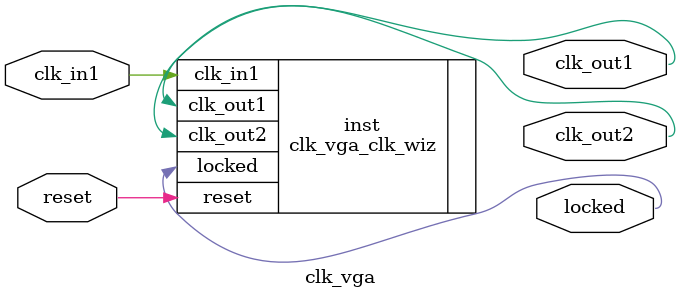
<source format=v>


`timescale 1ps/1ps

(* CORE_GENERATION_INFO = "clk_vga,clk_wiz_v5_4_3_0,{component_name=clk_vga,use_phase_alignment=true,use_min_o_jitter=false,use_max_i_jitter=false,use_dyn_phase_shift=false,use_inclk_switchover=false,use_dyn_reconfig=false,enable_axi=0,feedback_source=FDBK_AUTO,PRIMITIVE=MMCM,num_out_clk=2,clkin1_period=20.000,clkin2_period=10.0,use_power_down=false,use_reset=true,use_locked=true,use_inclk_stopped=false,feedback_type=SINGLE,CLOCK_MGR_TYPE=NA,manual_override=false}" *)

module clk_vga 
 (
  // Clock out ports
  output        clk_out1,
  output        clk_out2,
  // Status and control signals
  input         reset,
  output        locked,
 // Clock in ports
  input         clk_in1
 );

  clk_vga_clk_wiz inst
  (
  // Clock out ports  
  .clk_out1(clk_out1),
  .clk_out2(clk_out2),
  // Status and control signals               
  .reset(reset), 
  .locked(locked),
 // Clock in ports
  .clk_in1(clk_in1)
  );

endmodule

</source>
